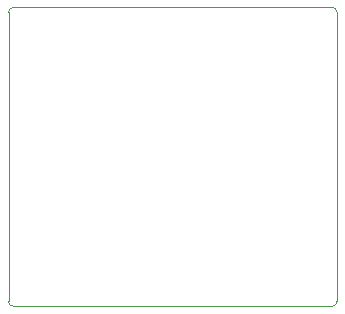
<source format=gbr>
G04 #@! TF.GenerationSoftware,KiCad,Pcbnew,(5.1.4)-1*
G04 #@! TF.CreationDate,2019-10-26T17:50:02-04:00*
G04 #@! TF.ProjectId,usb-vertical-splitter,7573622d-7665-4727-9469-63616c2d7370,0*
G04 #@! TF.SameCoordinates,Original*
G04 #@! TF.FileFunction,Profile,NP*
%FSLAX46Y46*%
G04 Gerber Fmt 4.6, Leading zero omitted, Abs format (unit mm)*
G04 Created by KiCad (PCBNEW (5.1.4)-1) date 2019-10-26 17:50:02*
%MOMM*%
%LPD*%
G04 APERTURE LIST*
%ADD10C,0.050000*%
G04 APERTURE END LIST*
D10*
X123700000Y-89800000D02*
G75*
G02X124100000Y-89400000I400000J0D01*
G01*
X124100000Y-114700000D02*
G75*
G02X123700000Y-114300000I0J400000D01*
G01*
X151500000Y-114300000D02*
G75*
G02X151100000Y-114700000I-400000J0D01*
G01*
X151100000Y-89400000D02*
G75*
G02X151500000Y-89800000I0J-400000D01*
G01*
X151100000Y-89400000D02*
X144000000Y-89400000D01*
X151500000Y-91600000D02*
X151500000Y-89800000D01*
X151500000Y-114300000D02*
X151500000Y-91600000D01*
X144400000Y-114700000D02*
X151100000Y-114700000D01*
X124100000Y-114700000D02*
X144400000Y-114700000D01*
X123700000Y-94100000D02*
X123700000Y-114300000D01*
X123700000Y-89800000D02*
X123700000Y-94100000D01*
X126500000Y-89400000D02*
X124100000Y-89400000D01*
X126500000Y-89400000D02*
X144000000Y-89400000D01*
M02*

</source>
